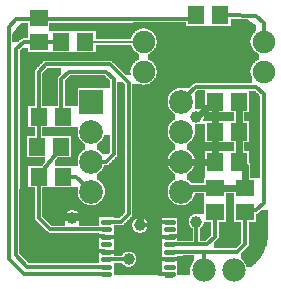
<source format=gtl>
G04 MADE WITH FRITZING*
G04 WWW.FRITZING.ORG*
G04 DOUBLE SIDED*
G04 HOLES PLATED*
G04 CONTOUR ON CENTER OF CONTOUR VECTOR*
%ASAXBY*%
%FSLAX23Y23*%
%MOIN*%
%OFA0B0*%
%SFA1.0B1.0*%
%ADD10C,0.075000*%
%ADD11C,0.039370*%
%ADD12C,0.079370*%
%ADD13C,0.078000*%
%ADD14R,0.079370X0.079370*%
%ADD15R,0.055118X0.059055*%
%ADD16R,0.059055X0.055118*%
%ADD17C,0.016000*%
%ADD18C,0.024000*%
%ADD19C,0.012000*%
%ADD20C,0.008000*%
%LNCOPPER1*%
G90*
G70*
G54D10*
X708Y897D03*
G54D11*
X580Y301D03*
X767Y664D03*
G54D10*
X592Y814D03*
X992Y814D03*
G54D12*
X417Y714D03*
X717Y714D03*
X417Y614D03*
X717Y614D03*
X417Y514D03*
X717Y514D03*
X417Y414D03*
X717Y414D03*
G54D10*
X992Y914D03*
X592Y914D03*
G54D11*
X767Y314D03*
G54D13*
X892Y151D03*
X792Y151D03*
G54D11*
X542Y189D03*
X355Y326D03*
G54D14*
X417Y714D03*
G54D15*
X830Y714D03*
X910Y714D03*
X830Y614D03*
X910Y614D03*
X830Y514D03*
X910Y514D03*
G54D16*
X830Y426D03*
X830Y345D03*
X930Y426D03*
X930Y345D03*
G54D15*
X317Y914D03*
X398Y914D03*
X767Y1001D03*
X848Y1001D03*
G54D16*
X242Y914D03*
X242Y994D03*
G54D15*
X242Y664D03*
X323Y664D03*
X317Y564D03*
X236Y564D03*
X242Y464D03*
X323Y464D03*
G54D17*
X690Y138D02*
X668Y138D01*
D02*
X690Y163D02*
X668Y163D01*
D02*
X690Y188D02*
X668Y188D01*
D02*
X690Y213D02*
X668Y213D01*
D02*
X690Y238D02*
X668Y238D01*
D02*
X690Y263D02*
X668Y263D01*
D02*
X690Y288D02*
X668Y288D01*
D02*
X690Y313D02*
X668Y313D01*
D02*
X478Y314D02*
X456Y314D01*
D02*
X478Y289D02*
X456Y289D01*
D02*
X478Y264D02*
X456Y264D01*
D02*
X478Y239D02*
X456Y239D01*
D02*
X478Y214D02*
X456Y214D01*
D02*
X478Y189D02*
X456Y189D01*
D02*
X478Y164D02*
X456Y164D01*
D02*
X478Y139D02*
X456Y139D01*
G54D18*
D02*
X808Y696D02*
X782Y675D01*
G54D19*
D02*
X618Y302D02*
X593Y301D01*
D02*
X992Y977D02*
X992Y937D01*
D02*
X870Y1001D02*
X967Y1000D01*
G54D18*
D02*
X930Y448D02*
X930Y500D01*
D02*
X930Y500D02*
X910Y514D01*
D02*
X808Y514D02*
X748Y514D01*
D02*
X910Y590D02*
X910Y538D01*
D02*
X910Y638D02*
X910Y690D01*
D02*
X830Y638D02*
X830Y690D01*
D02*
X830Y538D02*
X830Y590D01*
G54D19*
D02*
X792Y213D02*
X905Y213D01*
D02*
X768Y239D02*
X693Y238D01*
D02*
X805Y239D02*
X768Y239D01*
D02*
X905Y213D02*
X930Y239D01*
D02*
X830Y323D02*
X830Y264D01*
D02*
X830Y264D02*
X805Y239D01*
D02*
X693Y213D02*
X792Y213D01*
D02*
X930Y239D02*
X930Y323D01*
G54D18*
D02*
X754Y426D02*
X746Y423D01*
D02*
X806Y426D02*
X754Y426D01*
D02*
X906Y426D02*
X854Y426D01*
G54D19*
D02*
X992Y377D02*
X967Y351D01*
D02*
X992Y739D02*
X992Y377D01*
D02*
X767Y764D02*
X967Y764D01*
D02*
X967Y351D02*
X954Y349D01*
D02*
X735Y731D02*
X767Y764D01*
D02*
X967Y764D02*
X992Y739D01*
D02*
X618Y189D02*
X666Y188D01*
D02*
X618Y163D02*
X618Y189D01*
D02*
X642Y139D02*
X618Y163D01*
D02*
X666Y313D02*
X618Y314D01*
D02*
X492Y213D02*
X517Y239D01*
D02*
X517Y239D02*
X518Y263D01*
D02*
X481Y213D02*
X492Y213D01*
D02*
X518Y263D02*
X618Y263D01*
D02*
X481Y263D02*
X518Y263D01*
D02*
X666Y263D02*
X617Y264D01*
D02*
X618Y302D02*
X617Y264D01*
D02*
X617Y264D02*
X618Y189D01*
D02*
X666Y138D02*
X642Y139D01*
D02*
X242Y640D02*
X242Y589D01*
D02*
X242Y589D02*
X242Y588D01*
D02*
X529Y189D02*
X481Y189D01*
D02*
X792Y213D02*
X792Y176D01*
D02*
X767Y300D02*
X768Y239D01*
D02*
X192Y913D02*
X218Y913D01*
D02*
X518Y313D02*
X542Y339D01*
D02*
X280Y288D02*
X242Y325D01*
D02*
X468Y813D02*
X342Y813D01*
D02*
X479Y838D02*
X267Y839D01*
D02*
X267Y839D02*
X242Y814D01*
D02*
X205Y163D02*
X167Y202D01*
D02*
X318Y689D02*
X318Y688D01*
D02*
X318Y789D02*
X318Y689D01*
D02*
X368Y463D02*
X345Y463D01*
D02*
X260Y488D02*
X299Y540D01*
D02*
X492Y539D02*
X492Y789D01*
D02*
X242Y814D02*
X242Y688D01*
D02*
X542Y776D02*
X479Y838D01*
D02*
X542Y339D02*
X542Y776D01*
D02*
X481Y313D02*
X518Y313D01*
D02*
X168Y889D02*
X192Y913D01*
D02*
X454Y164D02*
X205Y163D01*
D02*
X167Y202D02*
X168Y889D01*
D02*
X454Y289D02*
X280Y288D01*
D02*
X242Y325D02*
X242Y440D01*
D02*
X967Y1000D02*
X992Y977D01*
D02*
X342Y813D02*
X318Y789D01*
D02*
X468Y513D02*
X492Y539D01*
D02*
X442Y513D02*
X468Y513D01*
D02*
X492Y789D02*
X468Y813D01*
D02*
X266Y914D02*
X295Y914D01*
D02*
X218Y989D02*
X218Y989D01*
D02*
X168Y989D02*
X218Y989D01*
D02*
X192Y138D02*
X142Y188D01*
D02*
X142Y188D02*
X142Y963D01*
D02*
X454Y139D02*
X192Y138D01*
D02*
X142Y963D02*
X168Y989D01*
G54D20*
D02*
X420Y914D02*
X569Y914D01*
G54D19*
D02*
X399Y431D02*
X368Y463D01*
D02*
X743Y989D02*
X267Y988D01*
D02*
X745Y990D02*
X743Y989D01*
D02*
X267Y988D02*
X266Y988D01*
D02*
X618Y314D02*
X618Y302D01*
G54D18*
D02*
X579Y514D02*
X580Y320D01*
D02*
X686Y514D02*
X579Y514D01*
G36*
X184Y976D02*
X184Y974D01*
X182Y974D01*
X182Y972D01*
X180Y972D01*
X180Y970D01*
X178Y970D01*
X178Y968D01*
X176Y968D01*
X176Y966D01*
X174Y966D01*
X174Y964D01*
X172Y964D01*
X172Y962D01*
X170Y962D01*
X170Y960D01*
X168Y960D01*
X168Y958D01*
X166Y958D01*
X166Y954D01*
X164Y954D01*
X164Y952D01*
X162Y952D01*
X162Y950D01*
X160Y950D01*
X160Y946D01*
X158Y946D01*
X158Y944D01*
X156Y944D01*
X156Y940D01*
X154Y940D01*
X154Y912D01*
X174Y912D01*
X174Y914D01*
X176Y914D01*
X176Y916D01*
X178Y916D01*
X178Y918D01*
X180Y918D01*
X180Y920D01*
X182Y920D01*
X182Y922D01*
X186Y922D01*
X186Y924D01*
X190Y924D01*
X190Y926D01*
X206Y926D01*
X206Y976D01*
X184Y976D01*
G37*
D02*
G36*
X432Y904D02*
X432Y878D01*
X566Y878D01*
X566Y880D01*
X564Y880D01*
X564Y882D01*
X562Y882D01*
X562Y884D01*
X560Y884D01*
X560Y886D01*
X558Y886D01*
X558Y888D01*
X556Y888D01*
X556Y892D01*
X554Y892D01*
X554Y896D01*
X552Y896D01*
X552Y900D01*
X550Y900D01*
X550Y904D01*
X432Y904D01*
G37*
D02*
G36*
X186Y892D02*
X186Y890D01*
X184Y890D01*
X184Y888D01*
X182Y888D01*
X182Y886D01*
X180Y886D01*
X180Y878D01*
X284Y878D01*
X284Y880D01*
X206Y880D01*
X206Y892D01*
X186Y892D01*
G37*
D02*
G36*
X180Y878D02*
X180Y876D01*
X570Y876D01*
X570Y878D01*
X180Y878D01*
G37*
D02*
G36*
X180Y878D02*
X180Y876D01*
X570Y876D01*
X570Y878D01*
X180Y878D01*
G37*
D02*
G36*
X180Y876D02*
X180Y850D01*
X484Y850D01*
X484Y848D01*
X486Y848D01*
X486Y846D01*
X488Y846D01*
X488Y844D01*
X490Y844D01*
X490Y842D01*
X492Y842D01*
X492Y840D01*
X496Y840D01*
X496Y838D01*
X498Y838D01*
X498Y836D01*
X500Y836D01*
X500Y834D01*
X502Y834D01*
X502Y832D01*
X504Y832D01*
X504Y830D01*
X506Y830D01*
X506Y828D01*
X508Y828D01*
X508Y826D01*
X510Y826D01*
X510Y824D01*
X512Y824D01*
X512Y822D01*
X514Y822D01*
X514Y820D01*
X516Y820D01*
X516Y818D01*
X518Y818D01*
X518Y816D01*
X520Y816D01*
X520Y814D01*
X522Y814D01*
X522Y812D01*
X524Y812D01*
X524Y810D01*
X526Y810D01*
X526Y808D01*
X528Y808D01*
X528Y806D01*
X530Y806D01*
X530Y804D01*
X550Y804D01*
X550Y808D01*
X548Y808D01*
X548Y818D01*
X550Y818D01*
X550Y828D01*
X552Y828D01*
X552Y832D01*
X554Y832D01*
X554Y836D01*
X556Y836D01*
X556Y840D01*
X558Y840D01*
X558Y842D01*
X560Y842D01*
X560Y844D01*
X562Y844D01*
X562Y846D01*
X564Y846D01*
X564Y848D01*
X566Y848D01*
X566Y850D01*
X570Y850D01*
X570Y852D01*
X574Y852D01*
X574Y854D01*
X578Y854D01*
X578Y874D01*
X572Y874D01*
X572Y876D01*
X180Y876D01*
G37*
D02*
G36*
X180Y850D02*
X180Y424D01*
X178Y424D01*
X178Y206D01*
X180Y206D01*
X180Y204D01*
X182Y204D01*
X182Y202D01*
X184Y202D01*
X184Y200D01*
X186Y200D01*
X186Y198D01*
X188Y198D01*
X188Y196D01*
X190Y196D01*
X190Y194D01*
X192Y194D01*
X192Y192D01*
X194Y192D01*
X194Y190D01*
X196Y190D01*
X196Y188D01*
X198Y188D01*
X198Y186D01*
X200Y186D01*
X200Y184D01*
X202Y184D01*
X202Y182D01*
X204Y182D01*
X204Y180D01*
X206Y180D01*
X206Y178D01*
X208Y178D01*
X208Y176D01*
X442Y176D01*
X442Y276D01*
X278Y276D01*
X278Y278D01*
X274Y278D01*
X274Y280D01*
X272Y280D01*
X272Y282D01*
X268Y282D01*
X268Y284D01*
X266Y284D01*
X266Y286D01*
X264Y286D01*
X264Y288D01*
X262Y288D01*
X262Y290D01*
X260Y290D01*
X260Y292D01*
X258Y292D01*
X258Y294D01*
X256Y294D01*
X256Y296D01*
X254Y296D01*
X254Y298D01*
X252Y298D01*
X252Y300D01*
X250Y300D01*
X250Y302D01*
X248Y302D01*
X248Y304D01*
X246Y304D01*
X246Y306D01*
X244Y306D01*
X244Y308D01*
X242Y308D01*
X242Y310D01*
X240Y310D01*
X240Y312D01*
X238Y312D01*
X238Y314D01*
X236Y314D01*
X236Y316D01*
X234Y316D01*
X234Y318D01*
X232Y318D01*
X232Y320D01*
X230Y320D01*
X230Y428D01*
X208Y428D01*
X208Y498D01*
X210Y498D01*
X210Y500D01*
X256Y500D01*
X256Y504D01*
X258Y504D01*
X258Y506D01*
X260Y506D01*
X260Y508D01*
X262Y508D01*
X262Y528D01*
X204Y528D01*
X204Y530D01*
X202Y530D01*
X202Y598D01*
X204Y598D01*
X204Y600D01*
X230Y600D01*
X230Y628D01*
X208Y628D01*
X208Y698D01*
X210Y698D01*
X210Y700D01*
X230Y700D01*
X230Y818D01*
X232Y818D01*
X232Y822D01*
X234Y822D01*
X234Y824D01*
X236Y824D01*
X236Y826D01*
X238Y826D01*
X238Y828D01*
X240Y828D01*
X240Y830D01*
X242Y830D01*
X242Y832D01*
X244Y832D01*
X244Y834D01*
X246Y834D01*
X246Y836D01*
X248Y836D01*
X248Y838D01*
X250Y838D01*
X250Y840D01*
X252Y840D01*
X252Y842D01*
X254Y842D01*
X254Y844D01*
X256Y844D01*
X256Y846D01*
X258Y846D01*
X258Y848D01*
X260Y848D01*
X260Y850D01*
X180Y850D01*
G37*
D02*
G36*
X270Y826D02*
X270Y824D01*
X268Y824D01*
X268Y822D01*
X266Y822D01*
X266Y820D01*
X264Y820D01*
X264Y818D01*
X262Y818D01*
X262Y816D01*
X260Y816D01*
X260Y814D01*
X258Y814D01*
X258Y812D01*
X256Y812D01*
X256Y810D01*
X254Y810D01*
X254Y700D01*
X306Y700D01*
X306Y794D01*
X308Y794D01*
X308Y796D01*
X310Y796D01*
X310Y800D01*
X312Y800D01*
X312Y802D01*
X314Y802D01*
X314Y804D01*
X316Y804D01*
X316Y806D01*
X318Y806D01*
X318Y826D01*
X270Y826D01*
G37*
D02*
G36*
X346Y802D02*
X346Y800D01*
X344Y800D01*
X344Y798D01*
X342Y798D01*
X342Y796D01*
X340Y796D01*
X340Y794D01*
X338Y794D01*
X338Y792D01*
X336Y792D01*
X336Y790D01*
X334Y790D01*
X334Y788D01*
X332Y788D01*
X332Y786D01*
X330Y786D01*
X330Y700D01*
X372Y700D01*
X372Y760D01*
X480Y760D01*
X480Y786D01*
X478Y786D01*
X478Y788D01*
X476Y788D01*
X476Y790D01*
X474Y790D01*
X474Y792D01*
X472Y792D01*
X472Y794D01*
X468Y794D01*
X468Y796D01*
X466Y796D01*
X466Y798D01*
X464Y798D01*
X464Y800D01*
X462Y800D01*
X462Y802D01*
X346Y802D01*
G37*
D02*
G36*
X770Y752D02*
X770Y750D01*
X768Y750D01*
X768Y748D01*
X766Y748D01*
X766Y746D01*
X764Y746D01*
X764Y744D01*
X762Y744D01*
X762Y690D01*
X772Y690D01*
X772Y688D01*
X796Y688D01*
X796Y752D01*
X770Y752D01*
G37*
D02*
G36*
X944Y750D02*
X944Y678D01*
X928Y678D01*
X928Y650D01*
X944Y650D01*
X944Y578D01*
X928Y578D01*
X928Y550D01*
X944Y550D01*
X944Y510D01*
X946Y510D01*
X946Y508D01*
X948Y508D01*
X948Y460D01*
X980Y460D01*
X980Y734D01*
X978Y734D01*
X978Y736D01*
X976Y736D01*
X976Y738D01*
X974Y738D01*
X974Y740D01*
X972Y740D01*
X972Y742D01*
X970Y742D01*
X970Y744D01*
X968Y744D01*
X968Y746D01*
X966Y746D01*
X966Y748D01*
X964Y748D01*
X964Y750D01*
X944Y750D01*
G37*
D02*
G36*
X788Y678D02*
X788Y676D01*
X790Y676D01*
X790Y672D01*
X792Y672D01*
X792Y656D01*
X790Y656D01*
X790Y650D01*
X892Y650D01*
X892Y678D01*
X788Y678D01*
G37*
D02*
G36*
X772Y640D02*
X772Y638D01*
X762Y638D01*
X762Y602D01*
X760Y602D01*
X760Y596D01*
X758Y596D01*
X758Y592D01*
X756Y592D01*
X756Y588D01*
X754Y588D01*
X754Y586D01*
X752Y586D01*
X752Y584D01*
X750Y584D01*
X750Y582D01*
X748Y582D01*
X748Y580D01*
X746Y580D01*
X746Y578D01*
X744Y578D01*
X744Y576D01*
X740Y576D01*
X740Y574D01*
X738Y574D01*
X738Y554D01*
X740Y554D01*
X740Y552D01*
X744Y552D01*
X744Y550D01*
X746Y550D01*
X746Y548D01*
X748Y548D01*
X748Y546D01*
X750Y546D01*
X750Y544D01*
X752Y544D01*
X752Y542D01*
X754Y542D01*
X754Y540D01*
X756Y540D01*
X756Y536D01*
X758Y536D01*
X758Y532D01*
X760Y532D01*
X760Y526D01*
X762Y526D01*
X762Y502D01*
X760Y502D01*
X760Y496D01*
X758Y496D01*
X758Y492D01*
X756Y492D01*
X756Y488D01*
X754Y488D01*
X754Y486D01*
X752Y486D01*
X752Y484D01*
X750Y484D01*
X750Y482D01*
X748Y482D01*
X748Y480D01*
X746Y480D01*
X746Y478D01*
X744Y478D01*
X744Y476D01*
X740Y476D01*
X740Y474D01*
X738Y474D01*
X738Y454D01*
X740Y454D01*
X740Y452D01*
X744Y452D01*
X744Y450D01*
X746Y450D01*
X746Y448D01*
X748Y448D01*
X748Y446D01*
X750Y446D01*
X750Y444D01*
X794Y444D01*
X794Y460D01*
X796Y460D01*
X796Y550D01*
X892Y550D01*
X892Y578D01*
X796Y578D01*
X796Y640D01*
X772Y640D01*
G37*
D02*
G36*
X254Y628D02*
X254Y600D01*
X350Y600D01*
X350Y528D01*
X304Y528D01*
X304Y524D01*
X302Y524D01*
X302Y522D01*
X300Y522D01*
X300Y520D01*
X298Y520D01*
X298Y500D01*
X374Y500D01*
X374Y502D01*
X372Y502D01*
X372Y524D01*
X374Y524D01*
X374Y532D01*
X376Y532D01*
X376Y536D01*
X378Y536D01*
X378Y538D01*
X380Y538D01*
X380Y542D01*
X382Y542D01*
X382Y544D01*
X384Y544D01*
X384Y546D01*
X386Y546D01*
X386Y548D01*
X388Y548D01*
X388Y550D01*
X390Y550D01*
X390Y552D01*
X394Y552D01*
X394Y554D01*
X398Y554D01*
X398Y574D01*
X394Y574D01*
X394Y576D01*
X390Y576D01*
X390Y578D01*
X388Y578D01*
X388Y580D01*
X386Y580D01*
X386Y582D01*
X384Y582D01*
X384Y584D01*
X382Y584D01*
X382Y586D01*
X380Y586D01*
X380Y588D01*
X378Y588D01*
X378Y592D01*
X376Y592D01*
X376Y596D01*
X374Y596D01*
X374Y602D01*
X372Y602D01*
X372Y624D01*
X374Y624D01*
X374Y628D01*
X254Y628D01*
G37*
D02*
G36*
X460Y602D02*
X460Y596D01*
X458Y596D01*
X458Y592D01*
X456Y592D01*
X456Y588D01*
X454Y588D01*
X454Y586D01*
X452Y586D01*
X452Y584D01*
X450Y584D01*
X450Y582D01*
X448Y582D01*
X448Y580D01*
X446Y580D01*
X446Y578D01*
X444Y578D01*
X444Y576D01*
X440Y576D01*
X440Y574D01*
X438Y574D01*
X438Y554D01*
X440Y554D01*
X440Y552D01*
X444Y552D01*
X444Y550D01*
X446Y550D01*
X446Y548D01*
X448Y548D01*
X448Y546D01*
X450Y546D01*
X450Y544D01*
X452Y544D01*
X452Y542D01*
X454Y542D01*
X454Y540D01*
X456Y540D01*
X456Y538D01*
X476Y538D01*
X476Y540D01*
X478Y540D01*
X478Y542D01*
X480Y542D01*
X480Y602D01*
X460Y602D01*
G37*
D02*
G36*
X504Y778D02*
X504Y534D01*
X502Y534D01*
X502Y530D01*
X500Y530D01*
X500Y528D01*
X498Y528D01*
X498Y526D01*
X496Y526D01*
X496Y524D01*
X494Y524D01*
X494Y522D01*
X492Y522D01*
X492Y520D01*
X490Y520D01*
X490Y518D01*
X488Y518D01*
X488Y516D01*
X486Y516D01*
X486Y514D01*
X484Y514D01*
X484Y512D01*
X482Y512D01*
X482Y510D01*
X480Y510D01*
X480Y508D01*
X478Y508D01*
X478Y506D01*
X476Y506D01*
X476Y504D01*
X474Y504D01*
X474Y502D01*
X460Y502D01*
X460Y496D01*
X458Y496D01*
X458Y492D01*
X456Y492D01*
X456Y488D01*
X454Y488D01*
X454Y486D01*
X452Y486D01*
X452Y484D01*
X450Y484D01*
X450Y482D01*
X448Y482D01*
X448Y480D01*
X446Y480D01*
X446Y478D01*
X444Y478D01*
X444Y476D01*
X440Y476D01*
X440Y474D01*
X438Y474D01*
X438Y454D01*
X440Y454D01*
X440Y452D01*
X444Y452D01*
X444Y450D01*
X446Y450D01*
X446Y448D01*
X448Y448D01*
X448Y446D01*
X450Y446D01*
X450Y444D01*
X452Y444D01*
X452Y442D01*
X454Y442D01*
X454Y440D01*
X456Y440D01*
X456Y436D01*
X458Y436D01*
X458Y432D01*
X460Y432D01*
X460Y426D01*
X462Y426D01*
X462Y402D01*
X460Y402D01*
X460Y396D01*
X458Y396D01*
X458Y392D01*
X456Y392D01*
X456Y388D01*
X454Y388D01*
X454Y386D01*
X452Y386D01*
X452Y384D01*
X450Y384D01*
X450Y382D01*
X448Y382D01*
X448Y380D01*
X446Y380D01*
X446Y378D01*
X444Y378D01*
X444Y376D01*
X440Y376D01*
X440Y374D01*
X438Y374D01*
X438Y372D01*
X432Y372D01*
X432Y370D01*
X426Y370D01*
X426Y368D01*
X530Y368D01*
X530Y772D01*
X528Y772D01*
X528Y774D01*
X526Y774D01*
X526Y776D01*
X524Y776D01*
X524Y778D01*
X504Y778D01*
G37*
D02*
G36*
X254Y428D02*
X254Y368D01*
X408Y368D01*
X408Y370D01*
X402Y370D01*
X402Y372D01*
X398Y372D01*
X398Y374D01*
X394Y374D01*
X394Y376D01*
X390Y376D01*
X390Y378D01*
X388Y378D01*
X388Y380D01*
X386Y380D01*
X386Y382D01*
X384Y382D01*
X384Y384D01*
X382Y384D01*
X382Y386D01*
X380Y386D01*
X380Y388D01*
X378Y388D01*
X378Y392D01*
X376Y392D01*
X376Y396D01*
X374Y396D01*
X374Y402D01*
X372Y402D01*
X372Y428D01*
X254Y428D01*
G37*
D02*
G36*
X254Y368D02*
X254Y366D01*
X530Y366D01*
X530Y368D01*
X254Y368D01*
G37*
D02*
G36*
X254Y368D02*
X254Y366D01*
X530Y366D01*
X530Y368D01*
X254Y368D01*
G37*
D02*
G36*
X254Y366D02*
X254Y352D01*
X360Y352D01*
X360Y350D01*
X366Y350D01*
X366Y348D01*
X370Y348D01*
X370Y346D01*
X372Y346D01*
X372Y344D01*
X374Y344D01*
X374Y342D01*
X376Y342D01*
X376Y338D01*
X378Y338D01*
X378Y334D01*
X380Y334D01*
X380Y328D01*
X492Y328D01*
X492Y326D01*
X514Y326D01*
X514Y328D01*
X516Y328D01*
X516Y330D01*
X518Y330D01*
X518Y332D01*
X520Y332D01*
X520Y334D01*
X522Y334D01*
X522Y336D01*
X524Y336D01*
X524Y338D01*
X526Y338D01*
X526Y340D01*
X528Y340D01*
X528Y342D01*
X530Y342D01*
X530Y366D01*
X254Y366D01*
G37*
D02*
G36*
X254Y352D02*
X254Y330D01*
X256Y330D01*
X256Y328D01*
X258Y328D01*
X258Y326D01*
X260Y326D01*
X260Y324D01*
X262Y324D01*
X262Y322D01*
X264Y322D01*
X264Y320D01*
X266Y320D01*
X266Y318D01*
X268Y318D01*
X268Y316D01*
X270Y316D01*
X270Y314D01*
X272Y314D01*
X272Y312D01*
X274Y312D01*
X274Y310D01*
X276Y310D01*
X276Y308D01*
X278Y308D01*
X278Y306D01*
X280Y306D01*
X280Y304D01*
X282Y304D01*
X282Y302D01*
X284Y302D01*
X284Y300D01*
X330Y300D01*
X330Y336D01*
X332Y336D01*
X332Y340D01*
X334Y340D01*
X334Y342D01*
X336Y342D01*
X336Y344D01*
X338Y344D01*
X338Y346D01*
X340Y346D01*
X340Y348D01*
X344Y348D01*
X344Y350D01*
X348Y350D01*
X348Y352D01*
X254Y352D01*
G37*
D02*
G36*
X380Y328D02*
X380Y320D01*
X378Y320D01*
X378Y300D01*
X442Y300D01*
X442Y328D01*
X380Y328D01*
G37*
D02*
G36*
X866Y408D02*
X866Y312D01*
X842Y312D01*
X842Y260D01*
X840Y260D01*
X840Y256D01*
X838Y256D01*
X838Y254D01*
X836Y254D01*
X836Y252D01*
X834Y252D01*
X834Y250D01*
X832Y250D01*
X832Y248D01*
X830Y248D01*
X830Y246D01*
X828Y246D01*
X828Y226D01*
X902Y226D01*
X902Y228D01*
X904Y228D01*
X904Y230D01*
X906Y230D01*
X906Y232D01*
X908Y232D01*
X908Y234D01*
X910Y234D01*
X910Y236D01*
X912Y236D01*
X912Y238D01*
X914Y238D01*
X914Y240D01*
X916Y240D01*
X916Y242D01*
X918Y242D01*
X918Y312D01*
X894Y312D01*
X894Y408D01*
X866Y408D01*
G37*
D02*
G36*
X986Y354D02*
X986Y352D01*
X984Y352D01*
X984Y350D01*
X982Y350D01*
X982Y348D01*
X980Y348D01*
X980Y346D01*
X978Y346D01*
X978Y344D01*
X976Y344D01*
X976Y342D01*
X972Y342D01*
X972Y340D01*
X966Y340D01*
X966Y312D01*
X942Y312D01*
X942Y234D01*
X940Y234D01*
X940Y230D01*
X938Y230D01*
X938Y228D01*
X936Y228D01*
X936Y226D01*
X934Y226D01*
X934Y224D01*
X932Y224D01*
X932Y222D01*
X930Y222D01*
X930Y220D01*
X928Y220D01*
X928Y218D01*
X926Y218D01*
X926Y216D01*
X924Y216D01*
X924Y214D01*
X922Y214D01*
X922Y212D01*
X920Y212D01*
X920Y210D01*
X918Y210D01*
X918Y208D01*
X916Y208D01*
X916Y188D01*
X920Y188D01*
X920Y186D01*
X922Y186D01*
X922Y184D01*
X924Y184D01*
X924Y182D01*
X926Y182D01*
X926Y180D01*
X928Y180D01*
X928Y176D01*
X930Y176D01*
X930Y174D01*
X932Y174D01*
X932Y170D01*
X934Y170D01*
X934Y164D01*
X954Y164D01*
X954Y166D01*
X956Y166D01*
X956Y168D01*
X958Y168D01*
X958Y170D01*
X960Y170D01*
X960Y172D01*
X964Y172D01*
X964Y174D01*
X966Y174D01*
X966Y176D01*
X968Y176D01*
X968Y178D01*
X970Y178D01*
X970Y182D01*
X972Y182D01*
X972Y184D01*
X974Y184D01*
X974Y186D01*
X976Y186D01*
X976Y188D01*
X978Y188D01*
X978Y190D01*
X980Y190D01*
X980Y194D01*
X982Y194D01*
X982Y196D01*
X984Y196D01*
X984Y200D01*
X986Y200D01*
X986Y202D01*
X988Y202D01*
X988Y206D01*
X990Y206D01*
X990Y210D01*
X992Y210D01*
X992Y214D01*
X994Y214D01*
X994Y218D01*
X996Y218D01*
X996Y224D01*
X998Y224D01*
X998Y228D01*
X1000Y228D01*
X1000Y234D01*
X1002Y234D01*
X1002Y242D01*
X1004Y242D01*
X1004Y254D01*
X1006Y254D01*
X1006Y354D01*
X986Y354D01*
G37*
D02*
G36*
X792Y312D02*
X792Y306D01*
X790Y306D01*
X790Y300D01*
X788Y300D01*
X788Y298D01*
X786Y298D01*
X786Y296D01*
X784Y296D01*
X784Y294D01*
X782Y294D01*
X782Y292D01*
X780Y292D01*
X780Y250D01*
X800Y250D01*
X800Y252D01*
X802Y252D01*
X802Y254D01*
X804Y254D01*
X804Y256D01*
X806Y256D01*
X806Y258D01*
X808Y258D01*
X808Y260D01*
X810Y260D01*
X810Y262D01*
X812Y262D01*
X812Y264D01*
X814Y264D01*
X814Y266D01*
X816Y266D01*
X816Y268D01*
X818Y268D01*
X818Y312D01*
X792Y312D01*
G37*
D02*
G36*
X724Y202D02*
X724Y200D01*
X704Y200D01*
X704Y136D01*
X748Y136D01*
X748Y164D01*
X750Y164D01*
X750Y170D01*
X752Y170D01*
X752Y174D01*
X754Y174D01*
X754Y176D01*
X756Y176D01*
X756Y180D01*
X758Y180D01*
X758Y182D01*
X760Y182D01*
X760Y202D01*
X724Y202D01*
G37*
D02*
G36*
X882Y990D02*
X882Y966D01*
X966Y966D01*
X966Y968D01*
X964Y968D01*
X964Y970D01*
X962Y970D01*
X962Y972D01*
X958Y972D01*
X958Y974D01*
X956Y974D01*
X956Y976D01*
X954Y976D01*
X954Y978D01*
X952Y978D01*
X952Y980D01*
X948Y980D01*
X948Y982D01*
X946Y982D01*
X946Y984D01*
X942Y984D01*
X942Y986D01*
X940Y986D01*
X940Y988D01*
X914Y988D01*
X914Y990D01*
X882Y990D01*
G37*
D02*
G36*
X558Y978D02*
X558Y976D01*
X278Y976D01*
X278Y966D01*
X734Y966D01*
X734Y978D01*
X558Y978D01*
G37*
D02*
G36*
X278Y966D02*
X278Y964D01*
X966Y964D01*
X966Y966D01*
X278Y966D01*
G37*
D02*
G36*
X278Y966D02*
X278Y964D01*
X966Y964D01*
X966Y966D01*
X278Y966D01*
G37*
D02*
G36*
X278Y964D02*
X278Y958D01*
X596Y958D01*
X596Y956D01*
X606Y956D01*
X606Y954D01*
X610Y954D01*
X610Y952D01*
X614Y952D01*
X614Y950D01*
X618Y950D01*
X618Y948D01*
X620Y948D01*
X620Y946D01*
X622Y946D01*
X622Y944D01*
X624Y944D01*
X624Y942D01*
X626Y942D01*
X626Y940D01*
X628Y940D01*
X628Y936D01*
X630Y936D01*
X630Y934D01*
X632Y934D01*
X632Y928D01*
X634Y928D01*
X634Y920D01*
X636Y920D01*
X636Y906D01*
X634Y906D01*
X634Y900D01*
X632Y900D01*
X632Y894D01*
X630Y894D01*
X630Y892D01*
X628Y892D01*
X628Y888D01*
X626Y888D01*
X626Y886D01*
X624Y886D01*
X624Y884D01*
X622Y884D01*
X622Y882D01*
X620Y882D01*
X620Y880D01*
X618Y880D01*
X618Y878D01*
X614Y878D01*
X614Y876D01*
X612Y876D01*
X612Y874D01*
X606Y874D01*
X606Y854D01*
X610Y854D01*
X610Y852D01*
X614Y852D01*
X614Y850D01*
X618Y850D01*
X618Y848D01*
X620Y848D01*
X620Y846D01*
X622Y846D01*
X622Y844D01*
X624Y844D01*
X624Y842D01*
X626Y842D01*
X626Y840D01*
X628Y840D01*
X628Y836D01*
X630Y836D01*
X630Y834D01*
X632Y834D01*
X632Y828D01*
X634Y828D01*
X634Y820D01*
X636Y820D01*
X636Y806D01*
X634Y806D01*
X634Y800D01*
X632Y800D01*
X632Y794D01*
X630Y794D01*
X630Y792D01*
X628Y792D01*
X628Y788D01*
X626Y788D01*
X626Y786D01*
X624Y786D01*
X624Y784D01*
X622Y784D01*
X622Y782D01*
X620Y782D01*
X620Y780D01*
X618Y780D01*
X618Y778D01*
X614Y778D01*
X614Y776D01*
X612Y776D01*
X612Y774D01*
X606Y774D01*
X606Y772D01*
X598Y772D01*
X598Y770D01*
X756Y770D01*
X756Y772D01*
X760Y772D01*
X760Y774D01*
X762Y774D01*
X762Y776D01*
X954Y776D01*
X954Y796D01*
X952Y796D01*
X952Y800D01*
X950Y800D01*
X950Y808D01*
X948Y808D01*
X948Y818D01*
X950Y818D01*
X950Y828D01*
X952Y828D01*
X952Y832D01*
X954Y832D01*
X954Y836D01*
X956Y836D01*
X956Y840D01*
X958Y840D01*
X958Y842D01*
X960Y842D01*
X960Y844D01*
X962Y844D01*
X962Y846D01*
X964Y846D01*
X964Y848D01*
X966Y848D01*
X966Y850D01*
X970Y850D01*
X970Y852D01*
X974Y852D01*
X974Y854D01*
X978Y854D01*
X978Y874D01*
X972Y874D01*
X972Y876D01*
X970Y876D01*
X970Y878D01*
X966Y878D01*
X966Y880D01*
X964Y880D01*
X964Y882D01*
X962Y882D01*
X962Y884D01*
X960Y884D01*
X960Y886D01*
X958Y886D01*
X958Y888D01*
X956Y888D01*
X956Y892D01*
X954Y892D01*
X954Y896D01*
X952Y896D01*
X952Y900D01*
X950Y900D01*
X950Y908D01*
X948Y908D01*
X948Y918D01*
X950Y918D01*
X950Y928D01*
X952Y928D01*
X952Y932D01*
X954Y932D01*
X954Y936D01*
X956Y936D01*
X956Y940D01*
X958Y940D01*
X958Y942D01*
X960Y942D01*
X960Y944D01*
X962Y944D01*
X962Y946D01*
X964Y946D01*
X964Y948D01*
X966Y948D01*
X966Y964D01*
X278Y964D01*
G37*
D02*
G36*
X278Y958D02*
X278Y950D01*
X430Y950D01*
X430Y948D01*
X432Y948D01*
X432Y924D01*
X550Y924D01*
X550Y928D01*
X552Y928D01*
X552Y932D01*
X554Y932D01*
X554Y936D01*
X556Y936D01*
X556Y940D01*
X558Y940D01*
X558Y942D01*
X560Y942D01*
X560Y944D01*
X562Y944D01*
X562Y946D01*
X564Y946D01*
X564Y948D01*
X566Y948D01*
X566Y950D01*
X570Y950D01*
X570Y952D01*
X574Y952D01*
X574Y954D01*
X578Y954D01*
X578Y956D01*
X588Y956D01*
X588Y958D01*
X278Y958D01*
G37*
D02*
G36*
X554Y774D02*
X554Y770D01*
X586Y770D01*
X586Y772D01*
X578Y772D01*
X578Y774D01*
X554Y774D01*
G37*
D02*
G36*
X554Y770D02*
X554Y768D01*
X754Y768D01*
X754Y770D01*
X554Y770D01*
G37*
D02*
G36*
X554Y770D02*
X554Y768D01*
X754Y768D01*
X754Y770D01*
X554Y770D01*
G37*
D02*
G36*
X554Y768D02*
X554Y760D01*
X724Y760D01*
X724Y758D01*
X744Y758D01*
X744Y760D01*
X746Y760D01*
X746Y762D01*
X748Y762D01*
X748Y764D01*
X750Y764D01*
X750Y766D01*
X752Y766D01*
X752Y768D01*
X554Y768D01*
G37*
D02*
G36*
X554Y760D02*
X554Y368D01*
X708Y368D01*
X708Y370D01*
X702Y370D01*
X702Y372D01*
X698Y372D01*
X698Y374D01*
X694Y374D01*
X694Y376D01*
X690Y376D01*
X690Y378D01*
X688Y378D01*
X688Y380D01*
X686Y380D01*
X686Y382D01*
X684Y382D01*
X684Y384D01*
X682Y384D01*
X682Y386D01*
X680Y386D01*
X680Y388D01*
X678Y388D01*
X678Y392D01*
X676Y392D01*
X676Y396D01*
X674Y396D01*
X674Y402D01*
X672Y402D01*
X672Y424D01*
X674Y424D01*
X674Y432D01*
X676Y432D01*
X676Y436D01*
X678Y436D01*
X678Y438D01*
X680Y438D01*
X680Y442D01*
X682Y442D01*
X682Y444D01*
X684Y444D01*
X684Y446D01*
X686Y446D01*
X686Y448D01*
X688Y448D01*
X688Y450D01*
X690Y450D01*
X690Y452D01*
X694Y452D01*
X694Y454D01*
X698Y454D01*
X698Y474D01*
X694Y474D01*
X694Y476D01*
X690Y476D01*
X690Y478D01*
X688Y478D01*
X688Y480D01*
X686Y480D01*
X686Y482D01*
X684Y482D01*
X684Y484D01*
X682Y484D01*
X682Y486D01*
X680Y486D01*
X680Y488D01*
X678Y488D01*
X678Y492D01*
X676Y492D01*
X676Y496D01*
X674Y496D01*
X674Y502D01*
X672Y502D01*
X672Y524D01*
X674Y524D01*
X674Y532D01*
X676Y532D01*
X676Y536D01*
X678Y536D01*
X678Y538D01*
X680Y538D01*
X680Y542D01*
X682Y542D01*
X682Y544D01*
X684Y544D01*
X684Y546D01*
X686Y546D01*
X686Y548D01*
X688Y548D01*
X688Y550D01*
X690Y550D01*
X690Y552D01*
X694Y552D01*
X694Y554D01*
X698Y554D01*
X698Y574D01*
X694Y574D01*
X694Y576D01*
X690Y576D01*
X690Y578D01*
X688Y578D01*
X688Y580D01*
X686Y580D01*
X686Y582D01*
X684Y582D01*
X684Y584D01*
X682Y584D01*
X682Y586D01*
X680Y586D01*
X680Y588D01*
X678Y588D01*
X678Y592D01*
X676Y592D01*
X676Y596D01*
X674Y596D01*
X674Y602D01*
X672Y602D01*
X672Y624D01*
X674Y624D01*
X674Y632D01*
X676Y632D01*
X676Y636D01*
X678Y636D01*
X678Y638D01*
X680Y638D01*
X680Y642D01*
X682Y642D01*
X682Y644D01*
X684Y644D01*
X684Y646D01*
X686Y646D01*
X686Y648D01*
X688Y648D01*
X688Y650D01*
X690Y650D01*
X690Y652D01*
X694Y652D01*
X694Y654D01*
X698Y654D01*
X698Y674D01*
X694Y674D01*
X694Y676D01*
X690Y676D01*
X690Y678D01*
X688Y678D01*
X688Y680D01*
X686Y680D01*
X686Y682D01*
X684Y682D01*
X684Y684D01*
X682Y684D01*
X682Y686D01*
X680Y686D01*
X680Y688D01*
X678Y688D01*
X678Y692D01*
X676Y692D01*
X676Y696D01*
X674Y696D01*
X674Y702D01*
X672Y702D01*
X672Y724D01*
X674Y724D01*
X674Y732D01*
X676Y732D01*
X676Y736D01*
X678Y736D01*
X678Y738D01*
X680Y738D01*
X680Y742D01*
X682Y742D01*
X682Y744D01*
X684Y744D01*
X684Y746D01*
X686Y746D01*
X686Y748D01*
X688Y748D01*
X688Y750D01*
X690Y750D01*
X690Y752D01*
X694Y752D01*
X694Y754D01*
X698Y754D01*
X698Y756D01*
X702Y756D01*
X702Y758D01*
X712Y758D01*
X712Y760D01*
X554Y760D01*
G37*
D02*
G36*
X762Y408D02*
X762Y402D01*
X760Y402D01*
X760Y396D01*
X758Y396D01*
X758Y392D01*
X756Y392D01*
X756Y388D01*
X754Y388D01*
X754Y386D01*
X752Y386D01*
X752Y384D01*
X750Y384D01*
X750Y382D01*
X748Y382D01*
X748Y380D01*
X746Y380D01*
X746Y378D01*
X744Y378D01*
X744Y376D01*
X740Y376D01*
X740Y374D01*
X738Y374D01*
X738Y372D01*
X732Y372D01*
X732Y370D01*
X726Y370D01*
X726Y368D01*
X794Y368D01*
X794Y408D01*
X762Y408D01*
G37*
D02*
G36*
X554Y368D02*
X554Y366D01*
X794Y366D01*
X794Y368D01*
X554Y368D01*
G37*
D02*
G36*
X554Y368D02*
X554Y366D01*
X794Y366D01*
X794Y368D01*
X554Y368D01*
G37*
D02*
G36*
X554Y366D02*
X554Y340D01*
X772Y340D01*
X772Y338D01*
X794Y338D01*
X794Y366D01*
X554Y366D01*
G37*
D02*
G36*
X554Y340D02*
X554Y334D01*
X552Y334D01*
X552Y330D01*
X550Y330D01*
X550Y328D01*
X548Y328D01*
X548Y326D01*
X704Y326D01*
X704Y250D01*
X756Y250D01*
X756Y292D01*
X752Y292D01*
X752Y294D01*
X750Y294D01*
X750Y296D01*
X748Y296D01*
X748Y298D01*
X746Y298D01*
X746Y302D01*
X744Y302D01*
X744Y306D01*
X742Y306D01*
X742Y322D01*
X744Y322D01*
X744Y326D01*
X746Y326D01*
X746Y330D01*
X748Y330D01*
X748Y332D01*
X750Y332D01*
X750Y334D01*
X752Y334D01*
X752Y336D01*
X756Y336D01*
X756Y338D01*
X762Y338D01*
X762Y340D01*
X554Y340D01*
G37*
D02*
G36*
X546Y326D02*
X546Y324D01*
X544Y324D01*
X544Y322D01*
X542Y322D01*
X542Y320D01*
X540Y320D01*
X540Y318D01*
X538Y318D01*
X538Y316D01*
X536Y316D01*
X536Y314D01*
X534Y314D01*
X534Y312D01*
X532Y312D01*
X532Y310D01*
X530Y310D01*
X530Y308D01*
X528Y308D01*
X528Y306D01*
X526Y306D01*
X526Y304D01*
X524Y304D01*
X524Y302D01*
X492Y302D01*
X492Y276D01*
X572Y276D01*
X572Y278D01*
X568Y278D01*
X568Y280D01*
X564Y280D01*
X564Y282D01*
X562Y282D01*
X562Y284D01*
X560Y284D01*
X560Y286D01*
X558Y286D01*
X558Y290D01*
X556Y290D01*
X556Y296D01*
X554Y296D01*
X554Y308D01*
X556Y308D01*
X556Y312D01*
X558Y312D01*
X558Y316D01*
X560Y316D01*
X560Y318D01*
X562Y318D01*
X562Y320D01*
X564Y320D01*
X564Y322D01*
X566Y322D01*
X566Y324D01*
X570Y324D01*
X570Y326D01*
X546Y326D01*
G37*
D02*
G36*
X588Y326D02*
X588Y324D01*
X592Y324D01*
X592Y322D01*
X596Y322D01*
X596Y320D01*
X598Y320D01*
X598Y318D01*
X600Y318D01*
X600Y316D01*
X602Y316D01*
X602Y312D01*
X604Y312D01*
X604Y304D01*
X606Y304D01*
X606Y298D01*
X604Y298D01*
X604Y292D01*
X602Y292D01*
X602Y288D01*
X600Y288D01*
X600Y284D01*
X598Y284D01*
X598Y282D01*
X596Y282D01*
X596Y280D01*
X592Y280D01*
X592Y278D01*
X586Y278D01*
X586Y276D01*
X654Y276D01*
X654Y326D01*
X588Y326D01*
G37*
D02*
G36*
X492Y276D02*
X492Y274D01*
X654Y274D01*
X654Y276D01*
X492Y276D01*
G37*
D02*
G36*
X492Y276D02*
X492Y274D01*
X654Y274D01*
X654Y276D01*
X492Y276D01*
G37*
D02*
G36*
X492Y274D02*
X492Y214D01*
X550Y214D01*
X550Y212D01*
X554Y212D01*
X554Y210D01*
X558Y210D01*
X558Y208D01*
X560Y208D01*
X560Y206D01*
X562Y206D01*
X562Y204D01*
X564Y204D01*
X564Y200D01*
X566Y200D01*
X566Y194D01*
X568Y194D01*
X568Y184D01*
X566Y184D01*
X566Y178D01*
X564Y178D01*
X564Y174D01*
X562Y174D01*
X562Y172D01*
X560Y172D01*
X560Y170D01*
X558Y170D01*
X558Y168D01*
X556Y168D01*
X556Y166D01*
X550Y166D01*
X550Y164D01*
X654Y164D01*
X654Y274D01*
X492Y274D01*
G37*
D02*
G36*
X492Y214D02*
X492Y200D01*
X520Y200D01*
X520Y204D01*
X522Y204D01*
X522Y206D01*
X524Y206D01*
X524Y208D01*
X526Y208D01*
X526Y210D01*
X530Y210D01*
X530Y212D01*
X534Y212D01*
X534Y214D01*
X492Y214D01*
G37*
D02*
G36*
X492Y176D02*
X492Y164D01*
X534Y164D01*
X534Y166D01*
X530Y166D01*
X530Y168D01*
X526Y168D01*
X526Y170D01*
X524Y170D01*
X524Y172D01*
X522Y172D01*
X522Y174D01*
X520Y174D01*
X520Y176D01*
X492Y176D01*
G37*
D02*
G36*
X492Y164D02*
X492Y162D01*
X654Y162D01*
X654Y164D01*
X492Y164D01*
G37*
D02*
G36*
X492Y164D02*
X492Y162D01*
X654Y162D01*
X654Y164D01*
X492Y164D01*
G37*
D02*
G36*
X492Y162D02*
X492Y136D01*
X654Y136D01*
X654Y162D01*
X492Y162D01*
G37*
D02*
G36*
X326Y341D02*
X346Y341D01*
X346Y316D01*
X326Y316D01*
X326Y341D01*
G37*
D02*
G36*
X360Y341D02*
X380Y341D01*
X380Y316D01*
X360Y316D01*
X360Y341D01*
G37*
D02*
G36*
X438Y273D02*
X464Y273D01*
X464Y260D01*
X438Y260D01*
X438Y273D01*
G37*
D02*
G36*
X678Y273D02*
X704Y273D01*
X704Y260D01*
X678Y260D01*
X678Y273D01*
G37*
D02*
G36*
X665Y140D02*
X690Y140D01*
X690Y126D01*
X665Y126D01*
X665Y140D01*
G37*
D02*
G36*
X438Y223D02*
X464Y223D01*
X464Y210D01*
X438Y210D01*
X438Y223D01*
G37*
D02*
G36*
X678Y197D02*
X704Y197D01*
X704Y184D01*
X678Y184D01*
X678Y197D01*
G37*
D02*
G04 End of Copper1*
M02*
</source>
